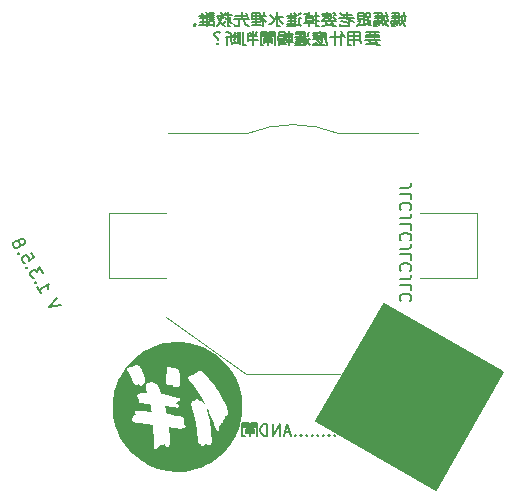
<source format=gbr>
%TF.GenerationSoftware,KiCad,Pcbnew,(6.0.5-0)*%
%TF.CreationDate,2022-06-08T15:29:45+08:00*%
%TF.ProjectId,dtl,64746c2e-6b69-4636-9164-5f7063625858,rev?*%
%TF.SameCoordinates,Original*%
%TF.FileFunction,Legend,Bot*%
%TF.FilePolarity,Positive*%
%FSLAX46Y46*%
G04 Gerber Fmt 4.6, Leading zero omitted, Abs format (unit mm)*
G04 Created by KiCad (PCBNEW (6.0.5-0)) date 2022-06-08 15:29:45*
%MOMM*%
%LPD*%
G01*
G04 APERTURE LIST*
%ADD10C,0.200000*%
%ADD11C,0.150000*%
%ADD12C,0.120000*%
G04 APERTURE END LIST*
D10*
G36*
X95444342Y-70992594D02*
G01*
X89703943Y-80935258D01*
X79607299Y-75105958D01*
X85347699Y-65163294D01*
X95444342Y-70992594D01*
G37*
X95444342Y-70992594D02*
X89703943Y-80935258D01*
X79607299Y-75105958D01*
X85347699Y-65163294D01*
X95444342Y-70992594D01*
D11*
X86614285Y-40599761D02*
X85995238Y-40599761D01*
X86614285Y-40790238D02*
X86042857Y-40790238D01*
X86614285Y-40980714D02*
X86042857Y-40980714D01*
X86614285Y-41218809D02*
X85947619Y-41218809D01*
X86233333Y-41647380D02*
X85995238Y-41647380D01*
X86614285Y-40599761D02*
X86614285Y-41218809D01*
X86471428Y-41361666D02*
X86423809Y-41552142D01*
X86280952Y-40599761D02*
X86280952Y-41218809D01*
X86995238Y-41266428D02*
X86804761Y-41504523D01*
X86138095Y-41314047D02*
X86090476Y-41456904D01*
X86900000Y-41361666D02*
X87138095Y-41647380D01*
X86280952Y-41314047D02*
X86280952Y-41504523D01*
X87138095Y-41218809D02*
X86900000Y-41314047D01*
X86804761Y-41123571D02*
X86995238Y-41552142D01*
X86614285Y-41361666D02*
X86709523Y-41599761D01*
X86995238Y-40504523D02*
X87138095Y-41266428D01*
X87185714Y-40790238D02*
X86757142Y-40790238D01*
X86900000Y-41361666D01*
X85947619Y-41266428D02*
X85995238Y-41647380D01*
X85138095Y-40599761D02*
X84519047Y-40599761D01*
X85138095Y-40790238D02*
X84566666Y-40790238D01*
X85138095Y-40980714D02*
X84566666Y-40980714D01*
X85138095Y-41218809D02*
X84471428Y-41218809D01*
X84757142Y-41647380D02*
X84519047Y-41647380D01*
X85138095Y-40599761D02*
X85138095Y-41218809D01*
X84995238Y-41361666D02*
X84947619Y-41552142D01*
X84804761Y-40599761D02*
X84804761Y-41218809D01*
X85519047Y-41266428D02*
X85328571Y-41504523D01*
X84661904Y-41314047D02*
X84614285Y-41456904D01*
X85423809Y-41361666D02*
X85661904Y-41647380D01*
X84804761Y-41314047D02*
X84804761Y-41504523D01*
X85661904Y-41218809D02*
X85423809Y-41314047D01*
X85328571Y-41123571D02*
X85519047Y-41552142D01*
X85138095Y-41361666D02*
X85233333Y-41599761D01*
X85519047Y-40504523D02*
X85661904Y-41266428D01*
X85709523Y-40790238D02*
X85280952Y-40790238D01*
X85423809Y-41361666D01*
X84471428Y-41266428D02*
X84519047Y-41647380D01*
X83614285Y-40837857D02*
X83090476Y-40837857D01*
X84185714Y-40933095D02*
X83804761Y-40933095D01*
X83614285Y-41075952D02*
X83090476Y-41075952D01*
X83995238Y-41171190D02*
X83757142Y-41171190D01*
X84185714Y-40599761D02*
X84185714Y-40885476D01*
X84138095Y-41123571D02*
X84138095Y-41552142D01*
X83995238Y-40933095D02*
X83995238Y-41504523D01*
X84185714Y-40599761D02*
X83804761Y-40599761D01*
X83804761Y-40885476D01*
X83614285Y-40599761D02*
X83614285Y-41599761D01*
X83614285Y-40599761D02*
X83090476Y-40599761D01*
X83090476Y-41075952D01*
X83280952Y-41409285D02*
X83042857Y-41647380D01*
X83090476Y-41266428D02*
X83280952Y-41361666D01*
X83423809Y-41075952D02*
X83233333Y-41504523D01*
X83757142Y-41456904D02*
X84233333Y-41552142D01*
X83328571Y-41552142D02*
X83757142Y-41599761D01*
X82614285Y-40695000D02*
X81804761Y-40695000D01*
X82757142Y-40980714D02*
X81519047Y-40980714D01*
X82328571Y-41647380D02*
X81614285Y-41647380D01*
X82328571Y-41171190D02*
X82328571Y-41647380D01*
X82233333Y-40504523D02*
X82233333Y-40980714D01*
X81614285Y-40552142D02*
X81995238Y-40933095D01*
X81566666Y-41456904D02*
X81614285Y-41647380D01*
X81995238Y-40980714D02*
X82757142Y-41314047D01*
X81709523Y-41218809D02*
X82328571Y-41409285D01*
X81280952Y-41266428D02*
X80042857Y-41266428D01*
X80471428Y-40504523D02*
X80471428Y-40790238D01*
X81185714Y-40552142D02*
X80995238Y-40599761D01*
X81042857Y-40885476D02*
X81280952Y-41123571D01*
X81280952Y-40695000D02*
X81090476Y-40742619D01*
X80852380Y-40647380D02*
X80090476Y-40647380D01*
X80138095Y-40742619D01*
X80709523Y-40790238D02*
X80566666Y-40933095D01*
X80423809Y-41028333D01*
X80090476Y-41123571D01*
X80852380Y-40790238D02*
X80185714Y-40790238D01*
X80328571Y-40933095D01*
X80471428Y-41028333D01*
X80804761Y-41123571D01*
X80852380Y-40647380D02*
X80852380Y-40980714D01*
X80328571Y-41266428D02*
X80471428Y-41456904D01*
X80661904Y-41552142D01*
X81233333Y-41647380D01*
X80804761Y-41218809D02*
X80995238Y-41456904D01*
X80090476Y-41647380D01*
X78995238Y-40647380D02*
X78566666Y-40647380D01*
X79804761Y-40790238D02*
X79423809Y-40790238D01*
X79328571Y-41028333D02*
X78709523Y-41028333D01*
X79328571Y-41218809D02*
X78709523Y-41218809D01*
X79423809Y-41409285D02*
X78566666Y-41409285D01*
X79804761Y-41647380D02*
X79614285Y-41647380D01*
X79614285Y-40504523D02*
X79614285Y-41647380D01*
X79328571Y-40837857D02*
X79328571Y-41218809D01*
X78995238Y-40504523D02*
X78995238Y-40837857D01*
X78995238Y-41218809D02*
X78995238Y-41647380D01*
X79328571Y-40837857D02*
X78709523Y-40837857D01*
X78709523Y-41218809D01*
X79423809Y-41123571D02*
X79804761Y-41218809D01*
X77852380Y-40790238D02*
X77138095Y-40790238D01*
X77852380Y-40980714D02*
X77185714Y-40980714D01*
X77852380Y-41218809D02*
X77185714Y-41218809D01*
X77852380Y-41456904D02*
X77090476Y-41456904D01*
X77804761Y-40695000D02*
X77804761Y-41456904D01*
X77471428Y-40647380D02*
X77471428Y-41456904D01*
X78280952Y-40552142D02*
X78090476Y-40742619D01*
X78328571Y-41028333D02*
X78138095Y-41028333D01*
X78138095Y-41456904D01*
X78328571Y-41647380D01*
X77709523Y-40552142D02*
X77947619Y-40837857D01*
X77423809Y-40552142D02*
X77471428Y-40790238D01*
X78185714Y-41504523D02*
X77709523Y-41647380D01*
X77090476Y-41647380D01*
X76519047Y-41647380D02*
X76233333Y-41647380D01*
X76233333Y-40504523D02*
X76233333Y-41647380D01*
X75709523Y-40742619D02*
X76090476Y-41123571D01*
X76233333Y-40742619D02*
X76042857Y-41218809D01*
X75804761Y-41456904D01*
X75614285Y-41504523D01*
X76804761Y-40885476D02*
X76376190Y-40885476D01*
X76566666Y-41266428D01*
X76804761Y-41504523D01*
X74804761Y-40837857D02*
X74185714Y-40837857D01*
X74804761Y-41075952D02*
X74185714Y-41075952D01*
X74852380Y-41314047D02*
X74185714Y-41314047D01*
X74900000Y-41599761D02*
X74138095Y-41599761D01*
X75138095Y-40504523D02*
X75138095Y-40742619D01*
X75090476Y-41028333D02*
X75090476Y-41647380D01*
X74804761Y-40599761D02*
X74804761Y-41075952D01*
X74519047Y-40599761D02*
X74519047Y-41599761D01*
X74804761Y-40599761D02*
X74185714Y-40599761D01*
X74185714Y-41075952D01*
X75090476Y-41075952D02*
X74900000Y-41266428D01*
X75042857Y-40980714D02*
X75376190Y-41314047D01*
X74900000Y-41028333D02*
X75042857Y-41123571D01*
X75328571Y-40790238D02*
X74947619Y-40790238D01*
X75138095Y-41123571D01*
X73661904Y-40790238D02*
X72757142Y-40790238D01*
X73900000Y-41075952D02*
X72661904Y-41075952D01*
X73280952Y-40504523D02*
X73280952Y-41075952D01*
X73614285Y-40552142D02*
X73804761Y-40980714D01*
X73471428Y-41123571D02*
X73566666Y-41456904D01*
X73661904Y-41552142D01*
X73900000Y-41647380D01*
X73042857Y-41123571D02*
X73042857Y-41647380D01*
X72709523Y-41647380D01*
X72661904Y-41456904D01*
X72423809Y-40742619D02*
X71804761Y-40742619D01*
X72280952Y-41647380D02*
X72090476Y-41647380D01*
X72090476Y-40504523D02*
X72090476Y-41647380D01*
X71423809Y-41409285D02*
X71185714Y-41647380D01*
X71995238Y-41218809D02*
X71804761Y-41409285D01*
X71947619Y-40552142D02*
X71804761Y-40647380D01*
X72233333Y-41314047D02*
X72423809Y-41409285D01*
X72328571Y-40885476D02*
X72280952Y-41123571D01*
X71566666Y-41028333D02*
X71376190Y-41504523D01*
X71852380Y-40885476D02*
X71947619Y-41075952D01*
X71328571Y-40980714D02*
X71471428Y-41361666D01*
X71661904Y-41552142D01*
X71900000Y-41647380D01*
X71614285Y-40790238D02*
X71471428Y-41361666D01*
X71661904Y-40790238D02*
X71233333Y-40790238D01*
X71471428Y-41361666D01*
X71566666Y-40504523D02*
X71709523Y-41028333D01*
X70900000Y-40552142D02*
X70519047Y-40552142D01*
X70947619Y-40742619D02*
X70471428Y-40742619D01*
X70376190Y-40790238D02*
X69709523Y-40790238D01*
X70900000Y-40885476D02*
X70519047Y-40885476D01*
X70328571Y-41028333D02*
X69757142Y-41028333D01*
X70900000Y-41075952D02*
X70519047Y-41075952D01*
X70328571Y-41314047D02*
X69757142Y-41314047D01*
X70900000Y-41552142D02*
X70519047Y-41552142D01*
X70328571Y-41599761D02*
X69709523Y-41599761D01*
X70900000Y-41266428D02*
X70900000Y-41647380D01*
X70900000Y-41266428D02*
X70519047Y-41266428D01*
X70519047Y-41552142D01*
X70328571Y-40742619D02*
X70328571Y-41647380D01*
X69995238Y-40695000D02*
X69995238Y-41552142D01*
X70233333Y-40504523D02*
X70423809Y-40933095D01*
X69947619Y-40552142D02*
X70042857Y-40790238D01*
X69328571Y-41456904D02*
X69280952Y-41504523D01*
X69328571Y-41552142D01*
X69376190Y-41504523D01*
X69328571Y-41456904D01*
X69328571Y-41552142D01*
X69280952Y-41504523D02*
X69280952Y-41647380D01*
X69328571Y-41695000D01*
X84923809Y-42209761D02*
X83780952Y-42209761D01*
X84876190Y-42638333D02*
X83828571Y-42638333D01*
X84971428Y-42828809D02*
X83733333Y-42828809D01*
X84876190Y-42400238D02*
X84876190Y-42638333D01*
X84542857Y-42209761D02*
X84542857Y-42638333D01*
X84161904Y-42209761D02*
X84161904Y-42638333D01*
X84876190Y-42400238D02*
X83828571Y-42400238D01*
X83828571Y-42638333D01*
X84019047Y-42828809D02*
X84209523Y-43066904D01*
X84400000Y-43162142D01*
X84971428Y-43257380D01*
X84495238Y-42733571D02*
X84780952Y-43066904D01*
X83828571Y-43209761D01*
X83304761Y-42543095D02*
X82257142Y-42543095D01*
X83304761Y-42876428D02*
X82257142Y-42876428D01*
X82542857Y-43257380D02*
X82257142Y-43257380D01*
X82828571Y-42209761D02*
X82828571Y-43257380D01*
X83304761Y-42209761D02*
X82257142Y-42209761D01*
X82257142Y-43257380D01*
X83304761Y-42209761D02*
X83304761Y-42828809D01*
X83352380Y-43114523D01*
X81638095Y-42590714D02*
X80780952Y-42590714D01*
X81733333Y-42352619D02*
X81733333Y-43257380D01*
X81209523Y-42114523D02*
X81209523Y-43257380D01*
X81780952Y-42447857D02*
X82019047Y-42638333D01*
X81685714Y-42114523D02*
X81828571Y-42447857D01*
X80447619Y-42257380D02*
X79304761Y-42257380D01*
X80304761Y-42400238D02*
X79923809Y-42400238D01*
X79780952Y-42400238D02*
X79352380Y-42400238D01*
X79447619Y-42733571D02*
X79304761Y-42733571D01*
X80304761Y-43257380D02*
X79352380Y-43257380D01*
X80114285Y-42305000D02*
X80114285Y-42733571D01*
X79923809Y-42495476D02*
X79923809Y-42685952D01*
X79876190Y-42114523D02*
X79876190Y-42257380D01*
X79590476Y-42305000D02*
X79590476Y-42733571D01*
X79400000Y-42495476D02*
X79400000Y-42733571D01*
X79495238Y-43114523D02*
X79352380Y-43257380D01*
X79638095Y-43066904D02*
X79495238Y-43114523D01*
X79923809Y-42781190D02*
X80114285Y-42971666D01*
X79685714Y-42876428D02*
X79876190Y-43066904D01*
X80209523Y-42924047D02*
X79971428Y-43066904D01*
X79923809Y-43114523D02*
X80114285Y-43209761D01*
X80257142Y-42543095D02*
X80304761Y-42781190D01*
X79780952Y-42495476D02*
X79780952Y-42733571D01*
X80447619Y-42257380D02*
X80447619Y-42876428D01*
X80495238Y-43257380D01*
X78685714Y-42352619D02*
X77876190Y-42352619D01*
X78257142Y-42590714D02*
X77828571Y-42590714D01*
X78257142Y-42733571D02*
X77876190Y-42733571D01*
X78780952Y-42828809D02*
X78400000Y-42828809D01*
X78257142Y-42924047D02*
X77876190Y-42924047D01*
X78257142Y-43066904D02*
X77828571Y-43066904D01*
X78638095Y-43257380D02*
X77828571Y-43257380D01*
X78685714Y-42162142D02*
X78685714Y-42352619D01*
X78542857Y-42781190D02*
X78542857Y-43162142D01*
X78209523Y-42495476D02*
X78209523Y-43162142D01*
X78019047Y-42495476D02*
X78019047Y-43066904D01*
X79019047Y-42162142D02*
X78876190Y-42305000D01*
X78495238Y-42685952D02*
X78352380Y-42828809D01*
X78733333Y-42543095D02*
X78590476Y-42638333D01*
X79019047Y-42447857D02*
X78876190Y-42543095D01*
X79066666Y-42733571D02*
X78876190Y-42733571D01*
X78923809Y-43114523D01*
X79066666Y-43257380D01*
X78590476Y-42447857D02*
X78685714Y-42543095D01*
X78447619Y-42543095D02*
X78733333Y-42781190D01*
X78447619Y-42876428D02*
X78400000Y-43019285D01*
X78733333Y-42876428D02*
X78733333Y-43066904D01*
X78209523Y-42400238D02*
X78352380Y-42685952D01*
X78447619Y-42162142D02*
X78447619Y-42352619D01*
X78161904Y-42162142D02*
X78161904Y-42352619D01*
X78685714Y-42162142D02*
X77876190Y-42162142D01*
X77923809Y-42352619D01*
X78923809Y-43114523D02*
X78685714Y-43209761D01*
X78400000Y-43257380D01*
X77590476Y-42305000D02*
X77019047Y-42305000D01*
X76923809Y-42400238D02*
X76447619Y-42400238D01*
X77542857Y-42638333D02*
X77066666Y-42638333D01*
X76876190Y-42733571D02*
X76447619Y-42733571D01*
X77542857Y-42828809D02*
X77066666Y-42828809D01*
X76876190Y-42924047D02*
X76447619Y-42924047D01*
X77590476Y-43019285D02*
X77019047Y-43019285D01*
X76923809Y-43114523D02*
X76447619Y-43114523D01*
X77019047Y-43162142D02*
X76590476Y-43162142D01*
X77542857Y-42447857D02*
X77542857Y-42828809D01*
X77304761Y-42114523D02*
X77304761Y-43257380D01*
X77542857Y-42447857D02*
X77066666Y-42447857D01*
X77066666Y-42828809D01*
X76923809Y-42162142D02*
X76923809Y-42400238D01*
X76876190Y-42543095D02*
X76876190Y-43114523D01*
X76971428Y-42543095D02*
X76400000Y-42543095D01*
X76447619Y-43257380D01*
X76923809Y-42162142D02*
X76447619Y-42162142D01*
X76447619Y-42400238D01*
X76114285Y-42352619D02*
X75638095Y-42352619D01*
X75400000Y-42352619D02*
X74876190Y-42352619D01*
X76114285Y-42543095D02*
X75638095Y-42543095D01*
X75400000Y-42543095D02*
X74876190Y-42543095D01*
X75828571Y-42828809D02*
X75161904Y-42828809D01*
X75828571Y-43019285D02*
X75161904Y-43019285D01*
X75066666Y-43257380D02*
X74876190Y-43257380D01*
X76114285Y-42209761D02*
X76114285Y-43257380D01*
X75828571Y-42685952D02*
X75828571Y-43066904D01*
X76114285Y-42209761D02*
X75590476Y-42209761D01*
X75590476Y-42543095D01*
X75495238Y-42685952D02*
X75495238Y-43257380D01*
X75400000Y-42209761D02*
X75400000Y-42543095D01*
X75828571Y-42685952D02*
X75161904Y-42685952D01*
X75161904Y-43066904D01*
X75400000Y-42209761D02*
X74876190Y-42209761D01*
X74876190Y-43257380D01*
X74590476Y-42543095D02*
X73923809Y-42543095D01*
X74638095Y-42828809D02*
X73876190Y-42828809D01*
X73685714Y-43257380D02*
X73400000Y-43257380D01*
X74257142Y-42114523D02*
X74257142Y-43257380D01*
X73780952Y-42257380D02*
X73780952Y-42924047D01*
X73400000Y-42162142D02*
X73400000Y-43257380D01*
X74542857Y-42209761D02*
X74447619Y-42447857D01*
X73971428Y-42209761D02*
X74066666Y-42447857D01*
X73114285Y-42495476D02*
X72828571Y-42495476D01*
X72780952Y-42495476D02*
X72495238Y-42495476D01*
X72400000Y-42590714D02*
X71923809Y-42590714D01*
X73161904Y-42590714D02*
X72495238Y-42590714D01*
X72780952Y-43066904D02*
X72495238Y-43066904D01*
X73161904Y-43114523D02*
X72542857Y-43114523D01*
X73161904Y-42162142D02*
X73161904Y-43209761D01*
X72066666Y-42590714D02*
X72066666Y-43257380D01*
X73066666Y-42305000D02*
X72971428Y-42400238D01*
X73066666Y-42781190D02*
X72971428Y-42924047D01*
X72971428Y-42162142D02*
X73019047Y-42305000D01*
X73114285Y-43066904D02*
X72876190Y-43019285D01*
X72876190Y-43066904D01*
X72923809Y-42257380D02*
X73019047Y-42495476D01*
X72971428Y-42685952D02*
X72971428Y-42781190D01*
X73019047Y-43019285D01*
X72685714Y-42162142D02*
X72733333Y-42305000D01*
X72638095Y-42352619D01*
X72685714Y-42495476D01*
X72685714Y-42638333D02*
X72733333Y-42781190D01*
X72638095Y-42876428D01*
X72685714Y-43019285D01*
X71923809Y-42162142D02*
X72400000Y-42257380D01*
X72400000Y-42876428D01*
X72447619Y-43162142D01*
X71257142Y-43114523D02*
X71209523Y-43162142D01*
X71257142Y-43209761D01*
X71304761Y-43162142D01*
X71257142Y-43114523D01*
X71257142Y-43209761D01*
X71447619Y-42257380D02*
X71352380Y-42209761D01*
X71114285Y-42209761D01*
X71019047Y-42257380D01*
X70971428Y-42352619D01*
X70971428Y-42447857D01*
X71019047Y-42543095D01*
X71066666Y-42590714D01*
X71161904Y-42638333D01*
X71209523Y-42685952D01*
X71257142Y-42781190D01*
X71257142Y-42828809D01*
X81157142Y-76257142D02*
X81109523Y-76304761D01*
X81157142Y-76352380D01*
X81204761Y-76304761D01*
X81157142Y-76257142D01*
X81157142Y-76352380D01*
X80680952Y-76257142D02*
X80633333Y-76304761D01*
X80680952Y-76352380D01*
X80728571Y-76304761D01*
X80680952Y-76257142D01*
X80680952Y-76352380D01*
X80204761Y-76257142D02*
X80157142Y-76304761D01*
X80204761Y-76352380D01*
X80252380Y-76304761D01*
X80204761Y-76257142D01*
X80204761Y-76352380D01*
X79728571Y-76257142D02*
X79680952Y-76304761D01*
X79728571Y-76352380D01*
X79776190Y-76304761D01*
X79728571Y-76257142D01*
X79728571Y-76352380D01*
X79252380Y-76257142D02*
X79204761Y-76304761D01*
X79252380Y-76352380D01*
X79300000Y-76304761D01*
X79252380Y-76257142D01*
X79252380Y-76352380D01*
X78776190Y-76257142D02*
X78728571Y-76304761D01*
X78776190Y-76352380D01*
X78823809Y-76304761D01*
X78776190Y-76257142D01*
X78776190Y-76352380D01*
X78300000Y-76257142D02*
X78252380Y-76304761D01*
X78300000Y-76352380D01*
X78347619Y-76304761D01*
X78300000Y-76257142D01*
X78300000Y-76352380D01*
X77823809Y-76257142D02*
X77776190Y-76304761D01*
X77823809Y-76352380D01*
X77871428Y-76304761D01*
X77823809Y-76257142D01*
X77823809Y-76352380D01*
X77395238Y-76066666D02*
X76919047Y-76066666D01*
X77490476Y-76352380D02*
X77157142Y-75352380D01*
X76823809Y-76352380D01*
X76490476Y-76352380D02*
X76490476Y-75352380D01*
X75919047Y-76352380D01*
X75919047Y-75352380D01*
X75442857Y-76352380D02*
X75442857Y-75352380D01*
X75204761Y-75352380D01*
X75061904Y-75400000D01*
X74966666Y-75495238D01*
X74919047Y-75590476D01*
X74871428Y-75780952D01*
X74871428Y-75923809D01*
X74919047Y-76114285D01*
X74966666Y-76209523D01*
X75061904Y-76304761D01*
X75204761Y-76352380D01*
X75442857Y-76352380D01*
X74585714Y-75447619D02*
X74109523Y-75447619D01*
X73871428Y-75447619D02*
X73347619Y-75447619D01*
X74585714Y-75638095D02*
X74109523Y-75638095D01*
X73871428Y-75638095D02*
X73347619Y-75638095D01*
X74300000Y-75923809D02*
X73633333Y-75923809D01*
X74300000Y-76114285D02*
X73633333Y-76114285D01*
X73538095Y-76352380D02*
X73347619Y-76352380D01*
X74585714Y-75304761D02*
X74585714Y-76352380D01*
X74300000Y-75780952D02*
X74300000Y-76161904D01*
X74585714Y-75304761D02*
X74061904Y-75304761D01*
X74061904Y-75638095D01*
X73966666Y-75780952D02*
X73966666Y-76352380D01*
X73871428Y-75304761D02*
X73871428Y-75638095D01*
X74300000Y-75780952D02*
X73633333Y-75780952D01*
X73633333Y-76161904D01*
X73871428Y-75304761D02*
X73347619Y-75304761D01*
X73347619Y-76352380D01*
X86652380Y-55380952D02*
X87366666Y-55380952D01*
X87509523Y-55333333D01*
X87604761Y-55238095D01*
X87652380Y-55095238D01*
X87652380Y-55000000D01*
X87652380Y-56333333D02*
X87652380Y-55857142D01*
X86652380Y-55857142D01*
X87557142Y-57238095D02*
X87604761Y-57190476D01*
X87652380Y-57047619D01*
X87652380Y-56952380D01*
X87604761Y-56809523D01*
X87509523Y-56714285D01*
X87414285Y-56666666D01*
X87223809Y-56619047D01*
X87080952Y-56619047D01*
X86890476Y-56666666D01*
X86795238Y-56714285D01*
X86700000Y-56809523D01*
X86652380Y-56952380D01*
X86652380Y-57047619D01*
X86700000Y-57190476D01*
X86747619Y-57238095D01*
X86652380Y-57952380D02*
X87366666Y-57952380D01*
X87509523Y-57904761D01*
X87604761Y-57809523D01*
X87652380Y-57666666D01*
X87652380Y-57571428D01*
X87652380Y-58904761D02*
X87652380Y-58428571D01*
X86652380Y-58428571D01*
X87557142Y-59809523D02*
X87604761Y-59761904D01*
X87652380Y-59619047D01*
X87652380Y-59523809D01*
X87604761Y-59380952D01*
X87509523Y-59285714D01*
X87414285Y-59238095D01*
X87223809Y-59190476D01*
X87080952Y-59190476D01*
X86890476Y-59238095D01*
X86795238Y-59285714D01*
X86700000Y-59380952D01*
X86652380Y-59523809D01*
X86652380Y-59619047D01*
X86700000Y-59761904D01*
X86747619Y-59809523D01*
X86652380Y-60523809D02*
X87366666Y-60523809D01*
X87509523Y-60476190D01*
X87604761Y-60380952D01*
X87652380Y-60238095D01*
X87652380Y-60142857D01*
X87652380Y-61476190D02*
X87652380Y-61000000D01*
X86652380Y-61000000D01*
X87557142Y-62380952D02*
X87604761Y-62333333D01*
X87652380Y-62190476D01*
X87652380Y-62095238D01*
X87604761Y-61952380D01*
X87509523Y-61857142D01*
X87414285Y-61809523D01*
X87223809Y-61761904D01*
X87080952Y-61761904D01*
X86890476Y-61809523D01*
X86795238Y-61857142D01*
X86700000Y-61952380D01*
X86652380Y-62095238D01*
X86652380Y-62190476D01*
X86700000Y-62333333D01*
X86747619Y-62380952D01*
X86652380Y-63095238D02*
X87366666Y-63095238D01*
X87509523Y-63047619D01*
X87604761Y-62952380D01*
X87652380Y-62809523D01*
X87652380Y-62714285D01*
X87652380Y-64047619D02*
X87652380Y-63571428D01*
X86652380Y-63571428D01*
X87557142Y-64952380D02*
X87604761Y-64904761D01*
X87652380Y-64761904D01*
X87652380Y-64666666D01*
X87604761Y-64523809D01*
X87509523Y-64428571D01*
X87414285Y-64380952D01*
X87223809Y-64333333D01*
X87080952Y-64333333D01*
X86890476Y-64380952D01*
X86795238Y-64428571D01*
X86700000Y-64523809D01*
X86652380Y-64666666D01*
X86652380Y-64761904D01*
X86700000Y-64904761D01*
X86747619Y-64952380D01*
X58000918Y-65262941D02*
X56968226Y-65474266D01*
X57667585Y-64685591D01*
X55992036Y-63783455D02*
X56277750Y-64278326D01*
X56134893Y-64030891D02*
X57000918Y-63530891D01*
X56924819Y-63684798D01*
X56889960Y-63814895D01*
X56896339Y-63921183D01*
X55860229Y-63364682D02*
X55795180Y-63347252D01*
X55777750Y-63412301D01*
X55842799Y-63429731D01*
X55860229Y-63364682D01*
X55777750Y-63412301D01*
X56453299Y-62582387D02*
X56143775Y-62046276D01*
X55980528Y-62525427D01*
X55909099Y-62401709D01*
X55820241Y-62343040D01*
X55755192Y-62325610D01*
X55648904Y-62331990D01*
X55442707Y-62451037D01*
X55384038Y-62539896D01*
X55366608Y-62604945D01*
X55372988Y-62711233D01*
X55515845Y-62958669D01*
X55604704Y-63017338D01*
X55669752Y-63034767D01*
X55145943Y-62127503D02*
X55080894Y-62110073D01*
X55063464Y-62175122D01*
X55128513Y-62192552D01*
X55145943Y-62127503D01*
X55063464Y-62175122D01*
X55453299Y-60850336D02*
X55691394Y-61262729D01*
X55302811Y-61542063D01*
X55320241Y-61477014D01*
X55313861Y-61370726D01*
X55194813Y-61164530D01*
X55105955Y-61105861D01*
X55040906Y-61088431D01*
X54934618Y-61094811D01*
X54728421Y-61213858D01*
X54669752Y-61302717D01*
X54652323Y-61367765D01*
X54658702Y-61474054D01*
X54777750Y-61680250D01*
X54866608Y-61738919D01*
X54931657Y-61756349D01*
X54431657Y-60890324D02*
X54366608Y-60872894D01*
X54349178Y-60937943D01*
X54414227Y-60955372D01*
X54431657Y-60890324D01*
X54349178Y-60937943D01*
X54534526Y-60116117D02*
X54623385Y-60174786D01*
X54688434Y-60192216D01*
X54794722Y-60185837D01*
X54835961Y-60162027D01*
X54894630Y-60073169D01*
X54912060Y-60008120D01*
X54905680Y-59901832D01*
X54810442Y-59736874D01*
X54721584Y-59678205D01*
X54656535Y-59660776D01*
X54550247Y-59667155D01*
X54509007Y-59690965D01*
X54450338Y-59779823D01*
X54432908Y-59844872D01*
X54439288Y-59951160D01*
X54534526Y-60116117D01*
X54540906Y-60222406D01*
X54523476Y-60287454D01*
X54464807Y-60376313D01*
X54299850Y-60471551D01*
X54193562Y-60477931D01*
X54128513Y-60460501D01*
X54039655Y-60401832D01*
X53944417Y-60236874D01*
X53938037Y-60130586D01*
X53955467Y-60065537D01*
X54014136Y-59976679D01*
X54179093Y-59881441D01*
X54285381Y-59875061D01*
X54350430Y-59892491D01*
X54439288Y-59951160D01*
D12*
%TO.C,BT3*%
X93180000Y-57514927D02*
X93180000Y-63014927D01*
X62080000Y-63014927D02*
X62080000Y-57514927D01*
X81580000Y-71114927D02*
X73680000Y-71114927D01*
X93180000Y-63014927D02*
X88380000Y-63014927D01*
X67080000Y-50764927D02*
X73780000Y-50764927D01*
X88380000Y-57514927D02*
X93180000Y-57514927D01*
X88180000Y-50764927D02*
X81480000Y-50764927D01*
X66880000Y-63014927D02*
X62080000Y-63014927D01*
X62080000Y-57514927D02*
X66880000Y-57514927D01*
X73680000Y-71114927D02*
X66880000Y-66314927D01*
X81476385Y-50763463D02*
G75*
G03*
X73780000Y-50764927I-3846385J-9501464D01*
G01*
%TO.C,G\u002A\u002A\u002A*%
G36*
X73312611Y-74552680D02*
G01*
X73292427Y-74719240D01*
X73263913Y-74886948D01*
X73225834Y-75066295D01*
X73176952Y-75267770D01*
X73157911Y-75341647D01*
X73099087Y-75551286D01*
X73036369Y-75743433D01*
X72964853Y-75931276D01*
X72879639Y-76127999D01*
X72775825Y-76346789D01*
X72601419Y-76674086D01*
X72347620Y-77072499D01*
X72062266Y-77444782D01*
X71747398Y-77789514D01*
X71405055Y-78105275D01*
X71037279Y-78390644D01*
X70646110Y-78644201D01*
X70233589Y-78864525D01*
X69801756Y-79050197D01*
X69352652Y-79199795D01*
X68888317Y-79311901D01*
X68410792Y-79385092D01*
X68347596Y-79390642D01*
X68211418Y-79397187D01*
X68048486Y-79400166D01*
X67868550Y-79399792D01*
X67681357Y-79396282D01*
X67496656Y-79389849D01*
X67324197Y-79380711D01*
X67173727Y-79369081D01*
X67054995Y-79355174D01*
X66912478Y-79330839D01*
X66717453Y-79290773D01*
X66511955Y-79242466D01*
X66309123Y-79189220D01*
X66122093Y-79134334D01*
X65964003Y-79081109D01*
X65913356Y-79061891D01*
X65737807Y-78988706D01*
X65544995Y-78900132D01*
X65346397Y-78801971D01*
X65153487Y-78700026D01*
X64977744Y-78600101D01*
X64830642Y-78507998D01*
X64804507Y-78490419D01*
X64408825Y-78198282D01*
X64044936Y-77878907D01*
X63713624Y-77533183D01*
X63415674Y-77161996D01*
X63151868Y-76766236D01*
X62922990Y-76346789D01*
X62887011Y-76272666D01*
X62789761Y-76062471D01*
X62709523Y-75870069D01*
X62641395Y-75682276D01*
X62580476Y-75485904D01*
X62521863Y-75267770D01*
X62506041Y-75204607D01*
X62462565Y-75020059D01*
X64024899Y-75020059D01*
X64030812Y-75063686D01*
X64046604Y-75101498D01*
X64075204Y-75134469D01*
X64119540Y-75163572D01*
X64182539Y-75189781D01*
X64267129Y-75214070D01*
X64376237Y-75237414D01*
X64512792Y-75260784D01*
X64679720Y-75285157D01*
X64879950Y-75311504D01*
X65116410Y-75340801D01*
X65392026Y-75374021D01*
X65424692Y-75378005D01*
X65533135Y-75392211D01*
X65626718Y-75405913D01*
X65696357Y-75417718D01*
X65732970Y-75426237D01*
X65749783Y-75434900D01*
X65765275Y-75454619D01*
X65775821Y-75491693D01*
X65783555Y-75554451D01*
X65790610Y-75651224D01*
X65797165Y-75755164D01*
X65813456Y-76026593D01*
X65826151Y-76261891D01*
X65835413Y-76465555D01*
X65841403Y-76642084D01*
X65844285Y-76795975D01*
X65844221Y-76931725D01*
X65841375Y-77053833D01*
X65838171Y-77145523D01*
X65835515Y-77243928D01*
X65835722Y-77312310D01*
X65839534Y-77357881D01*
X65847691Y-77387854D01*
X65860934Y-77409441D01*
X65880004Y-77429854D01*
X65880221Y-77430071D01*
X65931798Y-77465447D01*
X65985187Y-77480151D01*
X65986337Y-77480137D01*
X66033195Y-77466059D01*
X66084947Y-77433229D01*
X66126828Y-77393087D01*
X66144070Y-77357072D01*
X66144359Y-77355241D01*
X66166442Y-77336770D01*
X66212919Y-77318741D01*
X66262968Y-77295220D01*
X66313544Y-77233012D01*
X66314481Y-77231060D01*
X66335207Y-77195361D01*
X66362203Y-77174125D01*
X66407472Y-77161620D01*
X66483019Y-77152118D01*
X66551055Y-77142212D01*
X66622122Y-77125673D01*
X66667636Y-77107677D01*
X66712736Y-77084107D01*
X66761518Y-77080763D01*
X66802708Y-77113077D01*
X66843420Y-77184143D01*
X66875375Y-77240482D01*
X66929712Y-77294905D01*
X66987375Y-77311298D01*
X67045475Y-77291826D01*
X67101125Y-77238654D01*
X67151436Y-77153947D01*
X67193518Y-77039868D01*
X67224485Y-76898583D01*
X67227637Y-76876983D01*
X67234253Y-76806479D01*
X67236045Y-76725186D01*
X67232652Y-76627939D01*
X67223712Y-76509569D01*
X67208864Y-76364911D01*
X67187748Y-76188798D01*
X67160001Y-75976064D01*
X67153006Y-75923803D01*
X67137084Y-75802856D01*
X67126704Y-75716381D01*
X67121799Y-75658827D01*
X67122305Y-75624642D01*
X67128154Y-75608277D01*
X67139281Y-75604180D01*
X67155621Y-75606800D01*
X67157308Y-75607168D01*
X67282467Y-75633436D01*
X67419427Y-75660483D01*
X67561518Y-75687172D01*
X67702073Y-75712364D01*
X67834424Y-75734924D01*
X67951902Y-75753714D01*
X68047841Y-75767597D01*
X68115571Y-75775436D01*
X68148425Y-75776094D01*
X68186586Y-75755268D01*
X68221177Y-75708515D01*
X68222256Y-75705726D01*
X68246142Y-75669015D01*
X68278684Y-75668540D01*
X68293967Y-75674383D01*
X68379668Y-75695937D01*
X68443348Y-75687081D01*
X68492232Y-75647087D01*
X68495731Y-75642557D01*
X68525626Y-75595707D01*
X68537898Y-75561109D01*
X68527131Y-75507806D01*
X68484031Y-75443861D01*
X68418558Y-75403154D01*
X68382917Y-75390381D01*
X68343960Y-75366149D01*
X68338464Y-75332188D01*
X68361104Y-75276786D01*
X68361135Y-75276723D01*
X68382287Y-75227141D01*
X68381589Y-75191068D01*
X68358603Y-75145477D01*
X68355805Y-75140729D01*
X68334626Y-75098588D01*
X68337641Y-75070316D01*
X68366262Y-75035662D01*
X68370240Y-75031224D01*
X68402837Y-74966476D01*
X68407474Y-74892614D01*
X68382645Y-74828650D01*
X68374013Y-74820192D01*
X68320544Y-74792285D01*
X68226144Y-74760391D01*
X68091727Y-74724736D01*
X67918205Y-74685550D01*
X67706491Y-74643060D01*
X67457497Y-74597494D01*
X67364273Y-74580896D01*
X67232726Y-74556746D01*
X67119200Y-74535031D01*
X67029632Y-74516925D01*
X66969957Y-74503605D01*
X66946110Y-74496244D01*
X66942897Y-74490052D01*
X66930835Y-74450276D01*
X66913869Y-74382109D01*
X66893809Y-74294260D01*
X66872465Y-74195436D01*
X66851651Y-74094344D01*
X66833176Y-73999691D01*
X66818853Y-73920186D01*
X66810492Y-73864537D01*
X66809905Y-73841449D01*
X66824540Y-73841131D01*
X66876167Y-73845854D01*
X66959398Y-73855654D01*
X67068468Y-73869805D01*
X67197613Y-73887582D01*
X67341069Y-73908260D01*
X67467424Y-73926704D01*
X67612730Y-73946917D01*
X67724555Y-73960288D01*
X67807792Y-73966657D01*
X67867337Y-73965866D01*
X67908085Y-73957755D01*
X67934930Y-73942164D01*
X67952767Y-73918935D01*
X67966491Y-73887908D01*
X67975377Y-73833881D01*
X67955026Y-73763657D01*
X67903383Y-73704639D01*
X67826566Y-73666509D01*
X67774465Y-73647130D01*
X67729864Y-73614890D01*
X67719114Y-73580857D01*
X67745983Y-73550459D01*
X67783663Y-73523232D01*
X67829287Y-73481610D01*
X67876416Y-73448933D01*
X67932023Y-73433945D01*
X67989958Y-73425512D01*
X68051624Y-73390021D01*
X68086461Y-73335168D01*
X68089545Y-73270088D01*
X68055955Y-73203918D01*
X68026210Y-73182239D01*
X67955873Y-73152567D01*
X67847322Y-73119099D01*
X67699781Y-73081638D01*
X67512472Y-73039992D01*
X67284618Y-72993965D01*
X67015442Y-72943363D01*
X66520426Y-72853001D01*
X66491702Y-72788636D01*
X66472365Y-72745029D01*
X66440277Y-72672362D01*
X66400065Y-72581122D01*
X66356216Y-72481480D01*
X66283483Y-72320885D01*
X66216613Y-72186103D01*
X66157541Y-72084216D01*
X66103436Y-72011451D01*
X66051468Y-71964033D01*
X65998806Y-71938190D01*
X65942618Y-71930148D01*
X65913137Y-71922464D01*
X65875121Y-71889942D01*
X65860647Y-71874803D01*
X65824544Y-71852409D01*
X66849055Y-71852409D01*
X66851672Y-71889683D01*
X66859102Y-71915872D01*
X66871163Y-71937677D01*
X66914747Y-71978410D01*
X66974526Y-72004941D01*
X67035311Y-72023888D01*
X67089675Y-72050223D01*
X67096568Y-72054382D01*
X67138030Y-72068144D01*
X67200240Y-72071741D01*
X67293570Y-72065975D01*
X67355666Y-72060563D01*
X67411639Y-72058075D01*
X67442138Y-72063444D01*
X67456850Y-72078983D01*
X67465463Y-72107004D01*
X67488056Y-72152520D01*
X67531984Y-72196835D01*
X67566480Y-72213958D01*
X67652186Y-72235244D01*
X67751656Y-72242436D01*
X67847661Y-72234871D01*
X67922969Y-72211885D01*
X67932703Y-72206611D01*
X67968982Y-72181368D01*
X67997214Y-72148126D01*
X68018245Y-72101984D01*
X68032926Y-72038039D01*
X68042104Y-71951387D01*
X68046627Y-71837128D01*
X68047345Y-71690357D01*
X68045106Y-71506172D01*
X68044583Y-71475575D01*
X68044152Y-71454150D01*
X68728557Y-71454150D01*
X68728559Y-71454531D01*
X68744236Y-71502979D01*
X68789168Y-71576385D01*
X68861242Y-71671289D01*
X68876642Y-71690357D01*
X68895704Y-71713960D01*
X69066758Y-71933121D01*
X69241598Y-72168341D01*
X69415650Y-72412811D01*
X69584340Y-72659724D01*
X69743094Y-72902273D01*
X69887339Y-73133652D01*
X70012499Y-73347053D01*
X70114002Y-73535669D01*
X70142776Y-73594168D01*
X70155401Y-73628734D01*
X70150454Y-73642997D01*
X70129151Y-73645789D01*
X70098085Y-73633931D01*
X70068153Y-73587532D01*
X70060683Y-73570522D01*
X70024518Y-73514469D01*
X69976047Y-73458583D01*
X69960823Y-73443833D01*
X69916031Y-73408102D01*
X69873808Y-73395798D01*
X69814745Y-73399853D01*
X69813392Y-73400034D01*
X69754897Y-73404399D01*
X69722377Y-73394138D01*
X69700880Y-73364624D01*
X69660249Y-73300693D01*
X69596573Y-73242514D01*
X69528475Y-73222102D01*
X69465514Y-73229367D01*
X69405760Y-73263760D01*
X69374717Y-73327848D01*
X69367274Y-73355073D01*
X69343978Y-73384646D01*
X69296012Y-73391577D01*
X69295049Y-73391578D01*
X69219291Y-73399316D01*
X69143344Y-73418918D01*
X69081372Y-73445641D01*
X69047539Y-73474746D01*
X69044835Y-73482080D01*
X69037307Y-73528678D01*
X69032059Y-73601462D01*
X69030094Y-73688157D01*
X69031128Y-73750227D01*
X69037398Y-73831101D01*
X69051466Y-73912958D01*
X69075732Y-74008681D01*
X69112594Y-74131150D01*
X69140859Y-74223357D01*
X69239940Y-74581988D01*
X69326424Y-74951457D01*
X69394799Y-75308758D01*
X69395098Y-75310546D01*
X69413180Y-75423838D01*
X69433873Y-75561109D01*
X69434947Y-75568232D01*
X69459291Y-75735617D01*
X69485099Y-75917882D01*
X69511262Y-76106916D01*
X69536668Y-76294608D01*
X69560209Y-76472847D01*
X69580772Y-76633522D01*
X69597247Y-76768523D01*
X69608525Y-76869739D01*
X69622942Y-77011370D01*
X69721246Y-77036779D01*
X69737855Y-77041370D01*
X69812197Y-77075017D01*
X69862198Y-77128175D01*
X69870662Y-77140656D01*
X69916320Y-77183933D01*
X69978712Y-77199359D01*
X70047203Y-77196397D01*
X70104705Y-77167840D01*
X70135353Y-77109696D01*
X70155361Y-77070424D01*
X70199538Y-77056464D01*
X70235916Y-77053984D01*
X70283872Y-77043606D01*
X70304282Y-77040735D01*
X70317381Y-77063589D01*
X70317384Y-77064220D01*
X70336542Y-77110123D01*
X70386534Y-77142057D01*
X70457607Y-77157838D01*
X70540009Y-77155284D01*
X70623986Y-77132212D01*
X70642534Y-77123527D01*
X70676439Y-77099102D01*
X70701841Y-77063089D01*
X70719674Y-77010373D01*
X70730873Y-76935842D01*
X70736372Y-76834382D01*
X70737107Y-76700880D01*
X70734010Y-76530221D01*
X70733411Y-76508371D01*
X70720483Y-76270321D01*
X70695803Y-76001133D01*
X70660656Y-75709109D01*
X70616327Y-75402550D01*
X70564102Y-75089756D01*
X70505264Y-74779027D01*
X70441098Y-74478666D01*
X70372889Y-74196973D01*
X70363914Y-74161982D01*
X70339384Y-74062443D01*
X70320761Y-73980893D01*
X70309731Y-73924978D01*
X70307977Y-73902343D01*
X70318823Y-73910686D01*
X70344364Y-73953534D01*
X70382036Y-74028130D01*
X70430070Y-74130301D01*
X70486698Y-74255871D01*
X70550150Y-74400667D01*
X70618656Y-74560513D01*
X70690448Y-74731236D01*
X70763756Y-74908659D01*
X70836811Y-75088610D01*
X70907844Y-75266914D01*
X70975086Y-75439395D01*
X71036767Y-75601880D01*
X71091118Y-75750194D01*
X71120130Y-75824447D01*
X71160635Y-75899297D01*
X71203342Y-75938218D01*
X71252892Y-75944804D01*
X71313927Y-75922646D01*
X71345612Y-75902106D01*
X71381918Y-75852074D01*
X71392230Y-75779839D01*
X71378367Y-75678508D01*
X71376466Y-75669617D01*
X71365900Y-75610095D01*
X71368428Y-75568045D01*
X71388190Y-75526367D01*
X71429323Y-75467960D01*
X71460328Y-75421617D01*
X71491594Y-75362743D01*
X71503703Y-75321808D01*
X71504111Y-75312076D01*
X71518916Y-75284353D01*
X71563207Y-75276981D01*
X71611591Y-75272369D01*
X71665465Y-75244761D01*
X71698449Y-75187433D01*
X71715130Y-75094886D01*
X71722197Y-75030159D01*
X71733391Y-74989050D01*
X71754352Y-74968034D01*
X71791444Y-74955488D01*
X71855305Y-74919193D01*
X71893511Y-74849598D01*
X71906205Y-74746376D01*
X71906209Y-74742924D01*
X71909609Y-74690385D01*
X71924320Y-74667590D01*
X71957652Y-74662636D01*
X71995044Y-74656105D01*
X72041557Y-74630179D01*
X72048899Y-74621254D01*
X72071149Y-74576458D01*
X72088369Y-74519701D01*
X72096284Y-74467779D01*
X72090617Y-74437485D01*
X72089238Y-74434912D01*
X72092460Y-74404016D01*
X72109285Y-74354353D01*
X72116699Y-74335756D01*
X72126116Y-74299333D01*
X72123918Y-74260806D01*
X72108396Y-74207903D01*
X72077845Y-74128349D01*
X72002795Y-73947432D01*
X71857320Y-73626685D01*
X71693458Y-73296237D01*
X71517919Y-72968892D01*
X71337415Y-72657455D01*
X71158658Y-72374729D01*
X71137773Y-72343508D01*
X70992263Y-72134479D01*
X70834954Y-71921486D01*
X70671367Y-71711292D01*
X70507018Y-71510662D01*
X70347427Y-71326358D01*
X70198112Y-71165144D01*
X70064591Y-71033785D01*
X69990057Y-70966300D01*
X69923509Y-70910865D01*
X69870692Y-70875022D01*
X69823007Y-70853057D01*
X69771852Y-70839255D01*
X69746329Y-70834940D01*
X69709314Y-70838112D01*
X69673538Y-70861339D01*
X69625383Y-70911321D01*
X69575879Y-70960968D01*
X69528551Y-70989897D01*
X69477055Y-70997749D01*
X69465799Y-70998062D01*
X69418350Y-71008921D01*
X69367986Y-71040151D01*
X69303270Y-71098374D01*
X69251179Y-71151805D01*
X69210421Y-71198613D01*
X69191682Y-71226802D01*
X69188866Y-71233712D01*
X69168358Y-71244085D01*
X69123066Y-71231764D01*
X69097913Y-71223653D01*
X69051097Y-71223222D01*
X68996401Y-71248906D01*
X68994468Y-71250057D01*
X68930910Y-71281720D01*
X68871012Y-71302739D01*
X68799235Y-71335419D01*
X68747981Y-71389680D01*
X68728557Y-71454150D01*
X68044152Y-71454150D01*
X68041525Y-71323685D01*
X68037896Y-71206086D01*
X68033072Y-71115903D01*
X68026431Y-71046261D01*
X68017347Y-70990284D01*
X68005197Y-70941098D01*
X67989358Y-70891827D01*
X67962359Y-70820287D01*
X67935987Y-70761388D01*
X67916695Y-70729944D01*
X67907862Y-70723399D01*
X67864186Y-70699190D01*
X67796329Y-70666316D01*
X67714732Y-70629950D01*
X67640219Y-70598619D01*
X67579981Y-70576363D01*
X67539549Y-70567998D01*
X67508762Y-70571609D01*
X67477461Y-70585286D01*
X67458332Y-70594833D01*
X67402533Y-70613575D01*
X67361474Y-70603402D01*
X67320476Y-70562149D01*
X67286677Y-70531325D01*
X67215654Y-70500901D01*
X67133998Y-70492380D01*
X67053915Y-70504873D01*
X66987611Y-70537490D01*
X66947292Y-70589342D01*
X66939942Y-70628054D01*
X66933697Y-70699771D01*
X66929482Y-70793390D01*
X66927949Y-70898502D01*
X66927351Y-70945399D01*
X66922020Y-71073591D01*
X66912051Y-71222181D01*
X66898527Y-71376312D01*
X66882532Y-71521128D01*
X66871915Y-71607055D01*
X66864610Y-71669668D01*
X66858994Y-71717797D01*
X66851435Y-71797347D01*
X66849055Y-71852409D01*
X65824544Y-71852409D01*
X65810344Y-71843601D01*
X65742342Y-71813400D01*
X65672001Y-71790592D01*
X65614682Y-71781568D01*
X65578449Y-71793291D01*
X65533773Y-71824712D01*
X65524549Y-71832986D01*
X65485045Y-71855134D01*
X65446434Y-71845896D01*
X65387901Y-71825973D01*
X65325635Y-71838402D01*
X65264927Y-71891346D01*
X65245255Y-71916390D01*
X65219815Y-71968052D01*
X65220789Y-72021673D01*
X65221334Y-72024462D01*
X65221635Y-72077787D01*
X65193476Y-72112536D01*
X65165360Y-72139597D01*
X65146789Y-72185949D01*
X65146879Y-72251838D01*
X65165807Y-72343341D01*
X65203749Y-72466538D01*
X65226482Y-72534927D01*
X65251823Y-72613727D01*
X65269116Y-72670712D01*
X65275512Y-72696750D01*
X65258688Y-72702061D01*
X65207459Y-72704761D01*
X65130075Y-72704155D01*
X65034918Y-72700124D01*
X64965765Y-72696567D01*
X64851465Y-72693845D01*
X64770073Y-72698198D01*
X64715463Y-72710681D01*
X64681506Y-72732347D01*
X64662075Y-72764252D01*
X64638507Y-72798185D01*
X64578749Y-72826551D01*
X64572062Y-72828005D01*
X64499029Y-72860910D01*
X64447593Y-72914812D01*
X64428140Y-72979187D01*
X64435681Y-73029254D01*
X64462564Y-73101651D01*
X64501805Y-73172287D01*
X64545863Y-73228047D01*
X64587197Y-73255815D01*
X64626154Y-73274428D01*
X64637615Y-73308555D01*
X64608206Y-73349208D01*
X64585089Y-73382646D01*
X64575729Y-73442962D01*
X64589226Y-73504435D01*
X64624095Y-73548430D01*
X64631376Y-73552628D01*
X64686006Y-73572126D01*
X64775809Y-73591580D01*
X64902579Y-73611277D01*
X65068112Y-73631503D01*
X65274204Y-73652548D01*
X65537699Y-73677565D01*
X65564690Y-73783487D01*
X65571100Y-73809923D01*
X65588125Y-73889507D01*
X65605875Y-73982911D01*
X65622864Y-74080903D01*
X65637603Y-74174253D01*
X65648605Y-74253729D01*
X65654381Y-74310100D01*
X65653444Y-74334135D01*
X65633359Y-74335094D01*
X65577410Y-74331876D01*
X65492575Y-74324795D01*
X65385709Y-74314428D01*
X65263667Y-74301352D01*
X65185163Y-74292790D01*
X64994108Y-74273779D01*
X64815383Y-74258505D01*
X64653937Y-74247239D01*
X64514721Y-74240252D01*
X64402683Y-74237813D01*
X64322775Y-74240192D01*
X64279945Y-74247661D01*
X64238917Y-74282897D01*
X64219427Y-74340665D01*
X64225113Y-74406247D01*
X64254678Y-74466968D01*
X64306823Y-74510156D01*
X64337877Y-74529142D01*
X64362569Y-74561854D01*
X64353735Y-74588240D01*
X64310945Y-74599083D01*
X64279190Y-74600720D01*
X64183554Y-74630219D01*
X64108824Y-74694959D01*
X64056999Y-74792647D01*
X64030077Y-74920995D01*
X64025939Y-74969642D01*
X64024899Y-75020059D01*
X62462565Y-75020059D01*
X62461073Y-75013725D01*
X62426290Y-74841877D01*
X62400498Y-74678846D01*
X62382506Y-74514418D01*
X62371120Y-74338377D01*
X62365147Y-74140507D01*
X62363395Y-73910593D01*
X62363609Y-73815708D01*
X62366471Y-73607869D01*
X62373588Y-73427882D01*
X62386126Y-73265485D01*
X62405251Y-73110417D01*
X62432130Y-72952416D01*
X62467926Y-72781222D01*
X62513807Y-72586573D01*
X62553135Y-72433613D01*
X62624213Y-72194295D01*
X62706284Y-71964003D01*
X62804521Y-71728711D01*
X62924098Y-71474396D01*
X63034301Y-71261994D01*
X63281716Y-70853016D01*
X63390107Y-70704776D01*
X63587879Y-70704776D01*
X63604177Y-70768735D01*
X63644752Y-70855324D01*
X63709192Y-70970872D01*
X63716243Y-70983219D01*
X63768186Y-71079235D01*
X63831198Y-71202360D01*
X63900279Y-71342483D01*
X63970432Y-71489492D01*
X64036658Y-71633278D01*
X64232507Y-72067557D01*
X64308841Y-72074114D01*
X64318772Y-72074827D01*
X64383316Y-72066941D01*
X64436731Y-72029115D01*
X64490569Y-71987135D01*
X64553542Y-71954811D01*
X64596907Y-71942130D01*
X64615386Y-71949699D01*
X64618799Y-71983921D01*
X64629149Y-72028142D01*
X64661167Y-72078149D01*
X64664675Y-72081518D01*
X64721778Y-72112130D01*
X64787782Y-72116695D01*
X64850337Y-72098612D01*
X64897094Y-72061281D01*
X64915703Y-72008099D01*
X64916040Y-71997134D01*
X64934072Y-71937405D01*
X64982994Y-71902972D01*
X64991899Y-71899206D01*
X65043222Y-71852482D01*
X65076215Y-71773745D01*
X65087880Y-71669668D01*
X65087792Y-71656087D01*
X65071022Y-71464160D01*
X65027431Y-71253844D01*
X64960208Y-71035618D01*
X64872542Y-70819958D01*
X64767620Y-70617340D01*
X64755022Y-70595933D01*
X64709082Y-70523658D01*
X64668749Y-70475907D01*
X64623203Y-70441817D01*
X64561626Y-70410526D01*
X64509846Y-70389865D01*
X64429279Y-70366878D01*
X64364142Y-70358400D01*
X64317541Y-70362775D01*
X64241740Y-70383780D01*
X64179889Y-70416497D01*
X64146194Y-70454654D01*
X64138864Y-70464049D01*
X64098232Y-70485472D01*
X64036520Y-70503513D01*
X63968544Y-70514434D01*
X63909124Y-70514494D01*
X63872476Y-70518707D01*
X63809241Y-70536682D01*
X63735632Y-70564510D01*
X63688761Y-70585408D01*
X63629759Y-70619440D01*
X63596269Y-70657120D01*
X63587879Y-70704776D01*
X63390107Y-70704776D01*
X63562474Y-70469039D01*
X63874797Y-70111848D01*
X64216909Y-69783224D01*
X64587031Y-69484951D01*
X64983386Y-69218813D01*
X65404195Y-68986592D01*
X65771262Y-68819254D01*
X66202061Y-68661253D01*
X66638104Y-68543202D01*
X67083510Y-68464208D01*
X67542396Y-68423379D01*
X68018882Y-68419821D01*
X68092056Y-68422326D01*
X68375355Y-68438631D01*
X68634742Y-68466070D01*
X68884426Y-68506862D01*
X69138613Y-68563227D01*
X69411512Y-68637384D01*
X69769946Y-68756101D01*
X70200019Y-68937543D01*
X70610958Y-69154495D01*
X71000812Y-69404829D01*
X71367629Y-69686417D01*
X71709457Y-69997132D01*
X72024344Y-70334847D01*
X72310340Y-70697434D01*
X72565493Y-71082767D01*
X72787850Y-71488719D01*
X72975461Y-71913161D01*
X73126374Y-72353966D01*
X73238637Y-72809008D01*
X73241964Y-72825698D01*
X73272238Y-72985213D01*
X73295427Y-73127055D01*
X73312402Y-73261225D01*
X73324036Y-73397723D01*
X73331200Y-73546549D01*
X73334767Y-73717703D01*
X73335608Y-73921185D01*
X73335542Y-73954981D01*
X73332932Y-74181041D01*
X73328561Y-74299333D01*
X73325700Y-74376777D01*
X73312611Y-74552680D01*
G37*
%TD*%
M02*

</source>
